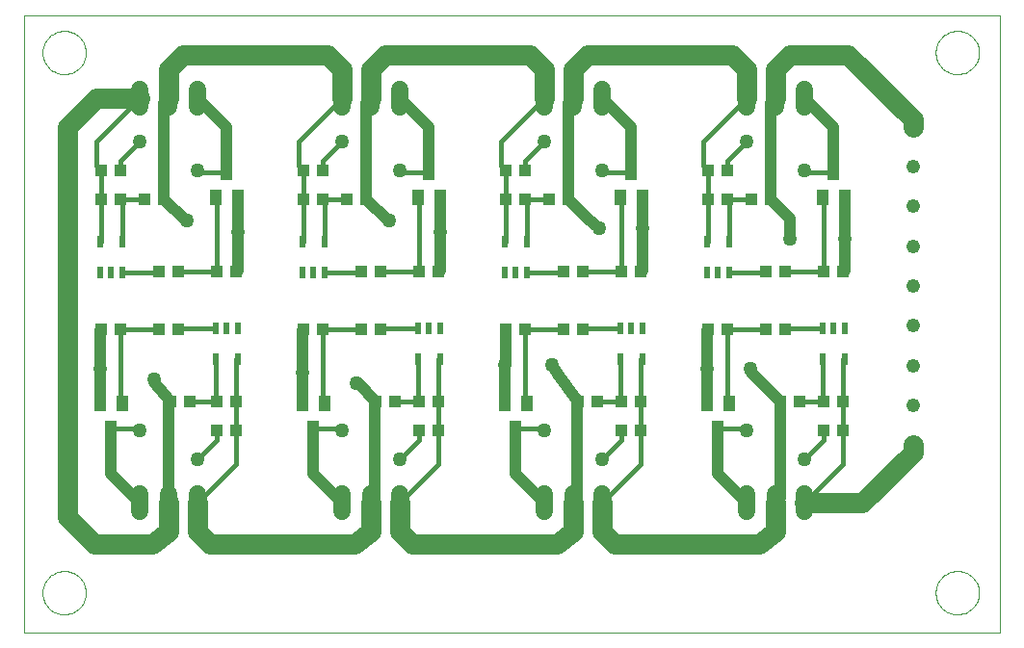
<source format=gtl>
G75*
G70*
%OFA0B0*%
%FSLAX24Y24*%
%IPPOS*%
%LPD*%
%AMOC8*
5,1,8,0,0,1.08239X$1,22.5*
%
%ADD10C,0.0000*%
%ADD11R,0.0394X0.0433*%
%ADD12C,0.0600*%
%ADD13R,0.0394X0.0551*%
%ADD14R,0.0236X0.0413*%
%ADD15R,0.0480X0.0480*%
%ADD16C,0.0480*%
%ADD17C,0.0160*%
%ADD18C,0.0700*%
%ADD19C,0.0400*%
%ADD20C,0.0500*%
D10*
X000101Y000101D02*
X000101Y021471D01*
X033843Y021471D01*
X033843Y000101D01*
X000101Y000101D01*
X000729Y001479D02*
X000731Y001533D01*
X000737Y001587D01*
X000747Y001640D01*
X000760Y001693D01*
X000777Y001744D01*
X000798Y001794D01*
X000823Y001842D01*
X000851Y001889D01*
X000882Y001933D01*
X000916Y001975D01*
X000953Y002014D01*
X000993Y002051D01*
X001036Y002084D01*
X001081Y002115D01*
X001128Y002142D01*
X001176Y002165D01*
X001227Y002185D01*
X001278Y002202D01*
X001331Y002214D01*
X001384Y002223D01*
X001438Y002228D01*
X001493Y002229D01*
X001547Y002226D01*
X001600Y002219D01*
X001653Y002208D01*
X001706Y002194D01*
X001757Y002176D01*
X001806Y002154D01*
X001854Y002129D01*
X001900Y002100D01*
X001944Y002068D01*
X001985Y002033D01*
X002023Y001995D01*
X002059Y001954D01*
X002092Y001911D01*
X002122Y001866D01*
X002148Y001818D01*
X002171Y001769D01*
X002190Y001718D01*
X002205Y001667D01*
X002217Y001614D01*
X002225Y001560D01*
X002229Y001506D01*
X002229Y001452D01*
X002225Y001398D01*
X002217Y001344D01*
X002205Y001291D01*
X002190Y001240D01*
X002171Y001189D01*
X002148Y001140D01*
X002122Y001092D01*
X002092Y001047D01*
X002059Y001004D01*
X002023Y000963D01*
X001985Y000925D01*
X001944Y000890D01*
X001900Y000858D01*
X001854Y000829D01*
X001806Y000804D01*
X001757Y000782D01*
X001706Y000764D01*
X001653Y000750D01*
X001600Y000739D01*
X001547Y000732D01*
X001493Y000729D01*
X001438Y000730D01*
X001384Y000735D01*
X001331Y000744D01*
X001278Y000756D01*
X001227Y000773D01*
X001176Y000793D01*
X001128Y000816D01*
X001081Y000843D01*
X001036Y000874D01*
X000993Y000907D01*
X000953Y000944D01*
X000916Y000983D01*
X000882Y001025D01*
X000851Y001069D01*
X000823Y001116D01*
X000798Y001164D01*
X000777Y001214D01*
X000760Y001265D01*
X000747Y001318D01*
X000737Y001371D01*
X000731Y001425D01*
X000729Y001479D01*
X031634Y001479D02*
X031636Y001533D01*
X031642Y001587D01*
X031652Y001640D01*
X031665Y001693D01*
X031682Y001744D01*
X031703Y001794D01*
X031728Y001842D01*
X031756Y001889D01*
X031787Y001933D01*
X031821Y001975D01*
X031858Y002014D01*
X031898Y002051D01*
X031941Y002084D01*
X031986Y002115D01*
X032033Y002142D01*
X032081Y002165D01*
X032132Y002185D01*
X032183Y002202D01*
X032236Y002214D01*
X032289Y002223D01*
X032343Y002228D01*
X032398Y002229D01*
X032452Y002226D01*
X032505Y002219D01*
X032558Y002208D01*
X032611Y002194D01*
X032662Y002176D01*
X032711Y002154D01*
X032759Y002129D01*
X032805Y002100D01*
X032849Y002068D01*
X032890Y002033D01*
X032928Y001995D01*
X032964Y001954D01*
X032997Y001911D01*
X033027Y001866D01*
X033053Y001818D01*
X033076Y001769D01*
X033095Y001718D01*
X033110Y001667D01*
X033122Y001614D01*
X033130Y001560D01*
X033134Y001506D01*
X033134Y001452D01*
X033130Y001398D01*
X033122Y001344D01*
X033110Y001291D01*
X033095Y001240D01*
X033076Y001189D01*
X033053Y001140D01*
X033027Y001092D01*
X032997Y001047D01*
X032964Y001004D01*
X032928Y000963D01*
X032890Y000925D01*
X032849Y000890D01*
X032805Y000858D01*
X032759Y000829D01*
X032711Y000804D01*
X032662Y000782D01*
X032611Y000764D01*
X032558Y000750D01*
X032505Y000739D01*
X032452Y000732D01*
X032398Y000729D01*
X032343Y000730D01*
X032289Y000735D01*
X032236Y000744D01*
X032183Y000756D01*
X032132Y000773D01*
X032081Y000793D01*
X032033Y000816D01*
X031986Y000843D01*
X031941Y000874D01*
X031898Y000907D01*
X031858Y000944D01*
X031821Y000983D01*
X031787Y001025D01*
X031756Y001069D01*
X031728Y001116D01*
X031703Y001164D01*
X031682Y001214D01*
X031665Y001265D01*
X031652Y001318D01*
X031642Y001371D01*
X031636Y001425D01*
X031634Y001479D01*
X031634Y020180D02*
X031636Y020234D01*
X031642Y020288D01*
X031652Y020341D01*
X031665Y020394D01*
X031682Y020445D01*
X031703Y020495D01*
X031728Y020543D01*
X031756Y020590D01*
X031787Y020634D01*
X031821Y020676D01*
X031858Y020715D01*
X031898Y020752D01*
X031941Y020785D01*
X031986Y020816D01*
X032033Y020843D01*
X032081Y020866D01*
X032132Y020886D01*
X032183Y020903D01*
X032236Y020915D01*
X032289Y020924D01*
X032343Y020929D01*
X032398Y020930D01*
X032452Y020927D01*
X032505Y020920D01*
X032558Y020909D01*
X032611Y020895D01*
X032662Y020877D01*
X032711Y020855D01*
X032759Y020830D01*
X032805Y020801D01*
X032849Y020769D01*
X032890Y020734D01*
X032928Y020696D01*
X032964Y020655D01*
X032997Y020612D01*
X033027Y020567D01*
X033053Y020519D01*
X033076Y020470D01*
X033095Y020419D01*
X033110Y020368D01*
X033122Y020315D01*
X033130Y020261D01*
X033134Y020207D01*
X033134Y020153D01*
X033130Y020099D01*
X033122Y020045D01*
X033110Y019992D01*
X033095Y019941D01*
X033076Y019890D01*
X033053Y019841D01*
X033027Y019793D01*
X032997Y019748D01*
X032964Y019705D01*
X032928Y019664D01*
X032890Y019626D01*
X032849Y019591D01*
X032805Y019559D01*
X032759Y019530D01*
X032711Y019505D01*
X032662Y019483D01*
X032611Y019465D01*
X032558Y019451D01*
X032505Y019440D01*
X032452Y019433D01*
X032398Y019430D01*
X032343Y019431D01*
X032289Y019436D01*
X032236Y019445D01*
X032183Y019457D01*
X032132Y019474D01*
X032081Y019494D01*
X032033Y019517D01*
X031986Y019544D01*
X031941Y019575D01*
X031898Y019608D01*
X031858Y019645D01*
X031821Y019684D01*
X031787Y019726D01*
X031756Y019770D01*
X031728Y019817D01*
X031703Y019865D01*
X031682Y019915D01*
X031665Y019966D01*
X031652Y020019D01*
X031642Y020072D01*
X031636Y020126D01*
X031634Y020180D01*
X000729Y020180D02*
X000731Y020234D01*
X000737Y020288D01*
X000747Y020341D01*
X000760Y020394D01*
X000777Y020445D01*
X000798Y020495D01*
X000823Y020543D01*
X000851Y020590D01*
X000882Y020634D01*
X000916Y020676D01*
X000953Y020715D01*
X000993Y020752D01*
X001036Y020785D01*
X001081Y020816D01*
X001128Y020843D01*
X001176Y020866D01*
X001227Y020886D01*
X001278Y020903D01*
X001331Y020915D01*
X001384Y020924D01*
X001438Y020929D01*
X001493Y020930D01*
X001547Y020927D01*
X001600Y020920D01*
X001653Y020909D01*
X001706Y020895D01*
X001757Y020877D01*
X001806Y020855D01*
X001854Y020830D01*
X001900Y020801D01*
X001944Y020769D01*
X001985Y020734D01*
X002023Y020696D01*
X002059Y020655D01*
X002092Y020612D01*
X002122Y020567D01*
X002148Y020519D01*
X002171Y020470D01*
X002190Y020419D01*
X002205Y020368D01*
X002217Y020315D01*
X002225Y020261D01*
X002229Y020207D01*
X002229Y020153D01*
X002225Y020099D01*
X002217Y020045D01*
X002205Y019992D01*
X002190Y019941D01*
X002171Y019890D01*
X002148Y019841D01*
X002122Y019793D01*
X002092Y019748D01*
X002059Y019705D01*
X002023Y019664D01*
X001985Y019626D01*
X001944Y019591D01*
X001900Y019559D01*
X001854Y019530D01*
X001806Y019505D01*
X001757Y019483D01*
X001706Y019465D01*
X001653Y019451D01*
X001600Y019440D01*
X001547Y019433D01*
X001493Y019430D01*
X001438Y019431D01*
X001384Y019436D01*
X001331Y019445D01*
X001278Y019457D01*
X001227Y019474D01*
X001176Y019494D01*
X001128Y019517D01*
X001081Y019544D01*
X001036Y019575D01*
X000993Y019608D01*
X000953Y019645D01*
X000916Y019684D01*
X000882Y019726D01*
X000851Y019770D01*
X000823Y019817D01*
X000798Y019865D01*
X000777Y019915D01*
X000760Y019966D01*
X000747Y020019D01*
X000737Y020072D01*
X000731Y020126D01*
X000729Y020180D01*
D11*
X002766Y016101D03*
X003435Y016101D03*
X003435Y015101D03*
X002766Y015101D03*
X004266Y015101D03*
X004935Y015101D03*
X004766Y012601D03*
X005435Y012601D03*
X006766Y012601D03*
X007435Y012601D03*
X005435Y010601D03*
X004766Y010601D03*
X003435Y010601D03*
X002766Y010601D03*
X005141Y008101D03*
X005810Y008101D03*
X006766Y008101D03*
X007435Y008101D03*
X007435Y007101D03*
X006766Y007101D03*
X012266Y008101D03*
X012935Y008101D03*
X013766Y008101D03*
X014435Y008101D03*
X014435Y007101D03*
X013766Y007101D03*
X019266Y008101D03*
X019935Y008101D03*
X020766Y008101D03*
X021435Y008101D03*
X021435Y007101D03*
X020766Y007101D03*
X026266Y008101D03*
X026935Y008101D03*
X027766Y008101D03*
X028435Y008101D03*
X028435Y007101D03*
X027766Y007101D03*
X026435Y010601D03*
X025766Y010601D03*
X024435Y010601D03*
X023766Y010601D03*
X025766Y012601D03*
X026435Y012601D03*
X027766Y012601D03*
X028435Y012601D03*
X025935Y015101D03*
X025266Y015101D03*
X024435Y015101D03*
X023766Y015101D03*
X023766Y016101D03*
X024435Y016101D03*
X018935Y015101D03*
X018266Y015101D03*
X017435Y015101D03*
X016766Y015101D03*
X016766Y016101D03*
X017435Y016101D03*
X011935Y015101D03*
X011266Y015101D03*
X010435Y015101D03*
X009766Y015101D03*
X009766Y016101D03*
X010435Y016101D03*
X011766Y012601D03*
X012435Y012601D03*
X013766Y012601D03*
X014435Y012601D03*
X012435Y010601D03*
X011766Y010601D03*
X010435Y010601D03*
X009766Y010601D03*
X016766Y010601D03*
X017435Y010601D03*
X018766Y010601D03*
X019435Y010601D03*
X019435Y012601D03*
X018766Y012601D03*
X020766Y012601D03*
X021435Y012601D03*
D12*
X020101Y018301D02*
X020101Y018901D01*
X019101Y018901D02*
X019101Y018301D01*
X018101Y018301D02*
X018101Y018901D01*
X013101Y018901D02*
X013101Y018301D01*
X012101Y018301D02*
X012101Y018901D01*
X011101Y018901D02*
X011101Y018301D01*
X006101Y018301D02*
X006101Y018901D01*
X005101Y018901D02*
X005101Y018301D01*
X004101Y018301D02*
X004101Y018901D01*
X025101Y018901D02*
X025101Y018301D01*
X026101Y018301D02*
X026101Y018901D01*
X027101Y018901D02*
X027101Y018301D01*
X027101Y004901D02*
X027101Y004301D01*
X026101Y004301D02*
X026101Y004901D01*
X025101Y004901D02*
X025101Y004301D01*
X020101Y004301D02*
X020101Y004901D01*
X019101Y004901D02*
X019101Y004301D01*
X018101Y004301D02*
X018101Y004901D01*
X013101Y004901D02*
X013101Y004301D01*
X012101Y004301D02*
X012101Y004901D01*
X011101Y004901D02*
X011101Y004301D01*
X006101Y004301D02*
X006101Y004901D01*
X005101Y004901D02*
X005101Y004301D01*
X004101Y004301D02*
X004101Y004901D01*
D13*
X003101Y007168D03*
X003475Y008034D03*
X002727Y008034D03*
X009727Y008034D03*
X010475Y008034D03*
X010101Y007168D03*
X016727Y008034D03*
X017475Y008034D03*
X017101Y007168D03*
X023727Y008034D03*
X024475Y008034D03*
X024101Y007168D03*
X021475Y015168D03*
X020727Y015168D03*
X021101Y016034D03*
X027727Y015168D03*
X028475Y015168D03*
X028101Y016034D03*
X014475Y015168D03*
X013727Y015168D03*
X014101Y016034D03*
X007475Y015168D03*
X006727Y015168D03*
X007101Y016034D03*
D14*
X009727Y013632D03*
X010475Y013632D03*
X010475Y012569D03*
X010101Y012569D03*
X009727Y012569D03*
X007475Y010632D03*
X007101Y010632D03*
X006727Y010632D03*
X006727Y009569D03*
X007475Y009569D03*
X003475Y012569D03*
X003101Y012569D03*
X002727Y012569D03*
X002727Y013632D03*
X003475Y013632D03*
X013727Y010632D03*
X014101Y010632D03*
X014475Y010632D03*
X014475Y009569D03*
X013727Y009569D03*
X016727Y012569D03*
X017101Y012569D03*
X017475Y012569D03*
X017475Y013632D03*
X016727Y013632D03*
X020727Y010632D03*
X021101Y010632D03*
X021475Y010632D03*
X021475Y009569D03*
X020727Y009569D03*
X023727Y012569D03*
X024101Y012569D03*
X024475Y012569D03*
X024475Y013632D03*
X023727Y013632D03*
X027727Y010632D03*
X028101Y010632D03*
X028475Y010632D03*
X028475Y009569D03*
X027727Y009569D03*
D15*
X030845Y006589D03*
D16*
X030845Y007967D03*
X030845Y009345D03*
X030845Y010723D03*
X030845Y012101D03*
X030845Y013479D03*
X030845Y014857D03*
X030845Y016235D03*
X030845Y017613D03*
D17*
X028101Y016034D02*
X027168Y016034D01*
X027101Y016101D01*
X027727Y015168D02*
X027766Y015128D01*
X027766Y012601D01*
X027727Y012601D01*
X027766Y012601D02*
X026435Y012601D01*
X025766Y012569D02*
X025766Y012601D01*
X025766Y012569D02*
X024475Y012569D01*
X024475Y013632D02*
X024475Y015101D01*
X024435Y015101D01*
X025266Y015101D01*
X023766Y015101D02*
X023766Y016101D01*
X023601Y016266D01*
X023601Y017101D01*
X025101Y018601D01*
X025101Y017101D02*
X024435Y016435D01*
X024435Y016101D01*
X023766Y015101D02*
X023766Y013632D01*
X023727Y013632D01*
X020766Y012601D02*
X020766Y015128D01*
X020727Y015168D01*
X021101Y016034D02*
X020168Y016034D01*
X020101Y016101D01*
X018266Y015101D02*
X017435Y015101D01*
X017475Y015101D01*
X017475Y013632D01*
X016766Y013632D02*
X016766Y015101D01*
X016766Y016101D01*
X016601Y016266D01*
X016601Y017101D01*
X018101Y018601D01*
X018101Y017101D02*
X017435Y016435D01*
X017435Y016101D01*
X014101Y016034D02*
X013168Y016034D01*
X013101Y016101D01*
X013727Y015168D02*
X013766Y015128D01*
X013766Y012601D01*
X013727Y012601D01*
X013766Y012601D02*
X012435Y012601D01*
X011766Y012569D02*
X011766Y012601D01*
X011766Y012569D02*
X010475Y012569D01*
X010475Y013632D02*
X010475Y015101D01*
X010435Y015101D01*
X011266Y015101D01*
X009766Y015101D02*
X009766Y016101D01*
X009601Y016266D01*
X009601Y017101D01*
X011101Y018601D01*
X011101Y017101D02*
X010435Y016435D01*
X010435Y016101D01*
X009766Y015101D02*
X009766Y013632D01*
X009727Y013632D01*
X006766Y012601D02*
X006766Y015128D01*
X006727Y015168D01*
X007101Y016034D02*
X006168Y016034D01*
X006101Y016101D01*
X004266Y015101D02*
X003435Y015101D01*
X003475Y015101D01*
X003475Y013632D01*
X002766Y013632D02*
X002766Y015101D01*
X002766Y016101D01*
X002601Y016266D01*
X002601Y017101D01*
X004101Y018601D01*
X004101Y017101D02*
X003435Y016435D01*
X003435Y016101D01*
X002766Y013632D02*
X002727Y013632D01*
X003475Y012569D02*
X004766Y012569D01*
X004766Y012601D01*
X005435Y012601D02*
X006766Y012601D01*
X006727Y012601D01*
X006727Y010632D02*
X005435Y010632D01*
X005435Y010601D01*
X004766Y010601D02*
X003435Y010601D01*
X003435Y008073D01*
X003475Y008034D01*
X003101Y007168D02*
X004034Y007168D01*
X004101Y007101D01*
X005810Y008101D02*
X006766Y008101D01*
X006727Y008101D01*
X006727Y009569D01*
X007435Y009569D02*
X007435Y008101D01*
X007435Y007101D01*
X007435Y005935D01*
X006101Y004601D01*
X006101Y006101D02*
X006766Y006766D01*
X006766Y007101D01*
X010101Y007168D02*
X011034Y007168D01*
X011101Y007101D01*
X010475Y008034D02*
X010435Y008073D01*
X010435Y010601D01*
X010475Y010601D01*
X010435Y010601D02*
X011766Y010601D01*
X012435Y010601D02*
X012435Y010632D01*
X013727Y010632D01*
X013727Y009569D02*
X013727Y008101D01*
X013766Y008101D01*
X012935Y008101D01*
X014435Y008101D02*
X014435Y007101D01*
X014435Y005935D01*
X013101Y004601D01*
X013101Y006101D02*
X013766Y006766D01*
X013766Y007101D01*
X014435Y008101D02*
X014435Y009569D01*
X014475Y009569D01*
X017435Y010601D02*
X017435Y008073D01*
X017475Y008034D01*
X017101Y007168D02*
X018034Y007168D01*
X018101Y007101D01*
X019935Y008101D02*
X020766Y008101D01*
X020727Y008101D01*
X020727Y009569D01*
X021435Y009569D02*
X021435Y008101D01*
X021435Y007101D01*
X021435Y005935D01*
X020101Y004601D01*
X020101Y006101D02*
X020766Y006766D01*
X020766Y007101D01*
X024101Y007168D02*
X025034Y007168D01*
X025101Y007101D01*
X024475Y008034D02*
X024435Y008073D01*
X024435Y010601D01*
X024475Y010601D01*
X024435Y010601D02*
X025766Y010601D01*
X026435Y010601D02*
X026435Y010632D01*
X027727Y010632D01*
X027727Y009569D02*
X027727Y008101D01*
X027766Y008101D01*
X026935Y008101D01*
X028435Y008101D02*
X028435Y007101D01*
X028435Y005935D01*
X027101Y004601D01*
X027101Y006101D02*
X027766Y006766D01*
X027766Y007101D01*
X028435Y008101D02*
X028435Y009569D01*
X028475Y009569D01*
X021475Y009569D02*
X021435Y009569D01*
X020727Y010632D02*
X019435Y010632D01*
X019435Y010601D01*
X018766Y010601D02*
X017435Y010601D01*
X017475Y010601D01*
X017475Y012569D02*
X018766Y012569D01*
X018766Y012601D01*
X019435Y012601D02*
X020766Y012601D01*
X020727Y012601D01*
X016766Y013632D02*
X016727Y013632D01*
X007475Y009569D02*
X007435Y009569D01*
X003475Y010601D02*
X003435Y010601D01*
D18*
X005101Y004601D02*
X005101Y003601D01*
X004538Y003163D01*
X002538Y003163D01*
X001601Y004101D01*
X001601Y017601D01*
X002601Y018601D01*
X004101Y018601D01*
X005101Y018601D02*
X005101Y019601D01*
X005601Y020101D01*
X010601Y020101D01*
X011101Y019601D01*
X011101Y018601D01*
X012101Y018601D02*
X012101Y019601D01*
X012601Y020101D01*
X017601Y020101D01*
X018101Y019601D01*
X018101Y018601D01*
X019101Y018601D02*
X019101Y019601D01*
X019601Y020101D01*
X024601Y020101D01*
X025101Y019601D01*
X025101Y018601D01*
X026101Y018601D02*
X026101Y019601D01*
X026601Y020101D01*
X028601Y020101D01*
X030845Y017857D01*
X030845Y017613D01*
X030845Y006589D02*
X030845Y006345D01*
X029101Y004601D01*
X027101Y004601D01*
X026101Y004601D02*
X026101Y003601D01*
X025538Y003163D01*
X020538Y003163D01*
X020101Y003601D01*
X020101Y004601D01*
X019101Y004601D02*
X019101Y003601D01*
X018538Y003163D01*
X013538Y003163D01*
X013101Y003601D01*
X013101Y004601D01*
X012101Y004601D02*
X012101Y003601D01*
X011538Y003163D01*
X006538Y003163D01*
X006101Y003601D01*
X006101Y004601D01*
D19*
X005101Y004601D02*
X005101Y008060D01*
X005141Y008101D01*
X004601Y008766D01*
X004601Y008851D01*
X002726Y009226D02*
X002726Y008034D01*
X002727Y008034D01*
X003101Y007168D02*
X003101Y005601D01*
X004101Y004601D01*
X010101Y005601D02*
X010101Y007168D01*
X009727Y008034D02*
X009727Y009100D01*
X009726Y009101D01*
X009726Y010560D01*
X009766Y010601D01*
X011601Y008726D02*
X011641Y008726D01*
X012266Y008101D01*
X012226Y008060D01*
X012226Y004726D01*
X012101Y004601D01*
X011101Y004601D02*
X010101Y005601D01*
X016727Y008034D02*
X016727Y009350D01*
X016726Y009351D01*
X016766Y009391D01*
X016766Y010601D01*
X018351Y009351D02*
X018601Y009016D01*
X019266Y008101D01*
X019226Y008060D01*
X019226Y004726D01*
X019101Y004601D01*
X018101Y004601D02*
X017101Y005601D01*
X017101Y007168D01*
X023727Y008034D02*
X023727Y009100D01*
X023727Y010561D01*
X023766Y010601D01*
X023726Y009226D02*
X023727Y009100D01*
X025226Y009226D02*
X025266Y009101D01*
X026266Y008101D01*
X026266Y004766D01*
X026101Y004601D01*
X025101Y004601D02*
X024101Y005601D01*
X024101Y007168D01*
X021435Y012601D02*
X021475Y012640D01*
X021475Y014102D01*
X021476Y014101D01*
X021475Y014102D02*
X021475Y015168D01*
X021101Y016034D02*
X021101Y017601D01*
X020101Y018601D01*
X019101Y018601D02*
X018935Y018435D01*
X018935Y015101D01*
X019601Y014435D01*
X019976Y014101D01*
X014476Y013976D02*
X014475Y013977D01*
X014475Y012640D01*
X014435Y012601D01*
X014475Y013977D02*
X014475Y015168D01*
X014101Y016034D02*
X014101Y017601D01*
X013101Y018601D01*
X012101Y018601D02*
X011935Y018435D01*
X011935Y015101D01*
X012685Y014351D01*
X012726Y014351D01*
X007476Y013976D02*
X007475Y013977D01*
X007475Y012640D01*
X007435Y012601D01*
X007475Y013977D02*
X007475Y015168D01*
X007101Y016034D02*
X007101Y017601D01*
X006101Y018601D01*
X005101Y018601D02*
X004935Y018435D01*
X004935Y015101D01*
X005685Y014351D01*
X005726Y014351D01*
X002766Y010601D02*
X002726Y010560D01*
X002726Y009226D01*
X025935Y015101D02*
X026601Y014435D01*
X026601Y013726D01*
X028476Y013726D02*
X028475Y013977D01*
X028475Y012640D01*
X028435Y012601D01*
X028475Y013977D02*
X028475Y015168D01*
X028101Y016034D02*
X028101Y017601D01*
X027101Y018601D01*
X026101Y018601D02*
X025935Y018435D01*
X025935Y015101D01*
D20*
X027101Y016101D03*
X025101Y017101D03*
X020101Y016101D03*
X018101Y017101D03*
X019976Y014101D03*
X021476Y014101D03*
X026601Y013726D03*
X028476Y013726D03*
X025226Y009226D03*
X023726Y009226D03*
X025101Y007101D03*
X027101Y006101D03*
X020101Y006101D03*
X018101Y007101D03*
X018351Y009351D03*
X016726Y009351D03*
X011601Y008726D03*
X009726Y009101D03*
X011101Y007101D03*
X013101Y006101D03*
X006101Y006101D03*
X004101Y007101D03*
X004601Y008851D03*
X002726Y009226D03*
X007476Y013976D03*
X005726Y014351D03*
X006101Y016101D03*
X004101Y017101D03*
X011101Y017101D03*
X013101Y016101D03*
X012726Y014351D03*
X014476Y013976D03*
M02*

</source>
